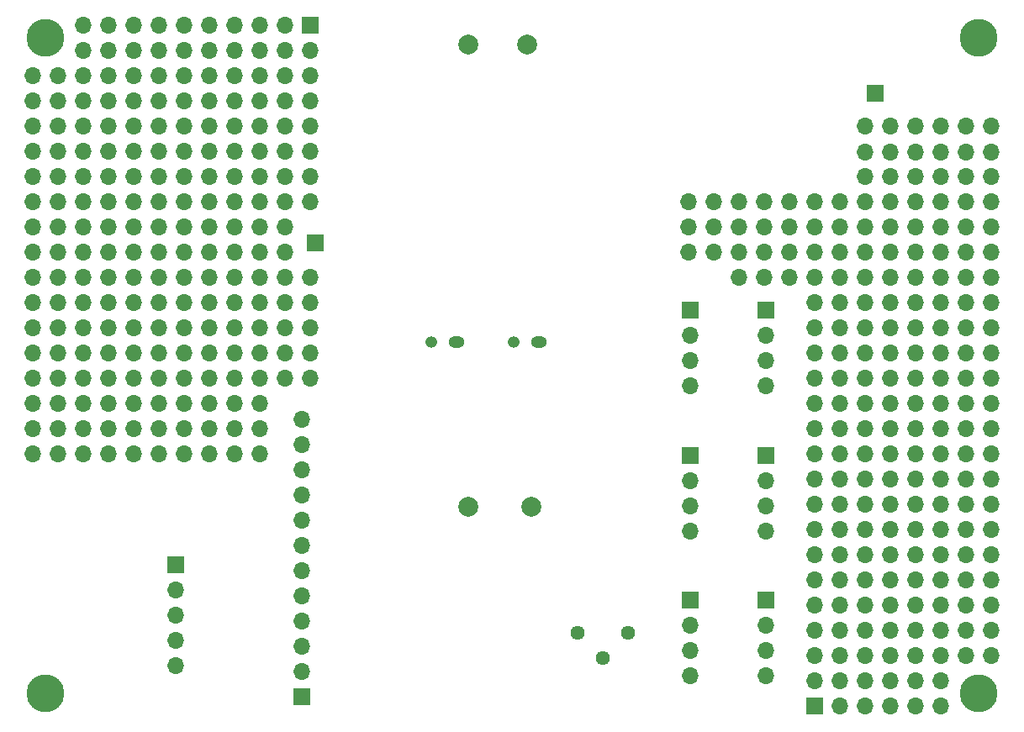
<source format=gbr>
%TF.GenerationSoftware,KiCad,Pcbnew,6.0.2+dfsg-1*%
%TF.CreationDate,2023-07-10T21:48:36-06:00*%
%TF.ProjectId,TestComponents,54657374-436f-46d7-906f-6e656e74732e,rev?*%
%TF.SameCoordinates,PXbf5d420PY621abf0*%
%TF.FileFunction,Soldermask,Bot*%
%TF.FilePolarity,Negative*%
%FSLAX46Y46*%
G04 Gerber Fmt 4.6, Leading zero omitted, Abs format (unit mm)*
G04 Created by KiCad (PCBNEW 6.0.2+dfsg-1) date 2023-07-10 21:48:36*
%MOMM*%
%LPD*%
G01*
G04 APERTURE LIST*
%ADD10C,3.800000*%
%ADD11C,2.600000*%
%ADD12R,1.700000X1.700000*%
%ADD13O,1.700000X1.700000*%
%ADD14C,2.000000*%
%ADD15C,1.440000*%
%ADD16O,1.600000X1.200000*%
%ADD17O,1.200000X1.200000*%
G04 APERTURE END LIST*
D10*
%TO.C,H4*%
X-93980000Y-33020000D03*
D11*
X-93980000Y-33020000D03*
%TD*%
D12*
%TO.C,JUT1*%
X-21462000Y-9015949D03*
D13*
X-21462000Y-11555949D03*
X-21462000Y-14095949D03*
X-21462000Y-16635949D03*
%TD*%
D12*
%TO.C,JVIN1*%
X-10413000Y27432000D03*
%TD*%
D14*
%TO.C,TPGND-1*%
X-51435000Y32385000D03*
%TD*%
D12*
%TO.C,JAPC1*%
X-29082446Y-9015949D03*
D13*
X-29082446Y-11555949D03*
X-29082446Y-14095949D03*
X-29082446Y-16635949D03*
%TD*%
D11*
%TO.C,H3*%
X-93980000Y33020000D03*
D10*
X-93980000Y33020000D03*
%TD*%
D12*
%TO.C,JADC1*%
X-29082446Y5589051D03*
D13*
X-29082446Y3049051D03*
X-29082446Y509051D03*
X-29082446Y-2030949D03*
%TD*%
D12*
%TO.C,J2-2*%
X-21462000Y-23620949D03*
D13*
X-21462000Y-26160949D03*
X-21462000Y-28700949D03*
X-21462000Y-31240949D03*
%TD*%
D10*
%TO.C,H2*%
X0Y33020000D03*
D11*
X0Y33020000D03*
%TD*%
D12*
%TO.C,J2-1*%
X-29082446Y-23620949D03*
D13*
X-29082446Y-26160949D03*
X-29082446Y-28700949D03*
X-29082446Y-31240949D03*
%TD*%
D15*
%TO.C,RV1*%
X-40386000Y-26924000D03*
X-37846000Y-29464000D03*
X-35306000Y-26924000D03*
%TD*%
D12*
%TO.C,B1*%
X-16510000Y-34290000D03*
D13*
X-13970000Y-34290000D03*
X-11430000Y-34290000D03*
X-8890000Y-34290000D03*
X-6350000Y-34290000D03*
X-3810000Y-34290000D03*
X-16510000Y-31750000D03*
X-13970000Y-31750000D03*
X-11430000Y-31750000D03*
X-8890000Y-31750000D03*
X-6350000Y-31750000D03*
X-3810000Y-31750000D03*
X-16510000Y-29210000D03*
X-13970000Y-29210000D03*
X-11430000Y-29210000D03*
X-8890000Y-29210000D03*
X-6350000Y-29210000D03*
X-3810000Y-29210000D03*
X-1270000Y-29210000D03*
X1270000Y-29210000D03*
X-16510000Y-26670000D03*
X-13970000Y-26670000D03*
X-11430000Y-26670000D03*
X-8890000Y-26670000D03*
X-6350000Y-26670000D03*
X-3810000Y-26670000D03*
X-1270000Y-26670000D03*
X1270000Y-26670000D03*
X-16510000Y-24130000D03*
X-13970000Y-24130000D03*
X-11430000Y-24130000D03*
X-8890000Y-24130000D03*
X-6350000Y-24130000D03*
X-3810000Y-24130000D03*
X-1270000Y-24130000D03*
X1270000Y-24130000D03*
X-16510000Y-21590000D03*
X-13970000Y-21590000D03*
X-11430000Y-21590000D03*
X-8890000Y-21590000D03*
X-6350000Y-21590000D03*
X-3810000Y-21590000D03*
X-1270000Y-21590000D03*
X1270000Y-21590000D03*
X-16510000Y-19050000D03*
X-13970000Y-19050000D03*
X-11430000Y-19050000D03*
X-8890000Y-19050000D03*
X-6350000Y-19050000D03*
X-3810000Y-19050000D03*
X-1270000Y-19050000D03*
X1270000Y-19050000D03*
X-16510000Y-16510000D03*
X-13970000Y-16510000D03*
X-11430000Y-16510000D03*
X-8890000Y-16510000D03*
X-6350000Y-16510000D03*
X-3810000Y-16510000D03*
X-1270000Y-16510000D03*
X1270000Y-16510000D03*
X-16510000Y-13970000D03*
X-13970000Y-13970000D03*
X-11430000Y-13970000D03*
X-8890000Y-13970000D03*
X-6350000Y-13970000D03*
X-3810000Y-13970000D03*
X-1270000Y-13970000D03*
X1270000Y-13970000D03*
X-16510000Y-11430000D03*
X-13970000Y-11430000D03*
X-11430000Y-11430000D03*
X-8890000Y-11430000D03*
X-6350000Y-11430000D03*
X-3810000Y-11430000D03*
X-1270000Y-11430000D03*
X1270000Y-11430000D03*
X-16510000Y-8890000D03*
X-13970000Y-8890000D03*
X-11430000Y-8890000D03*
X-8890000Y-8890000D03*
X-6350000Y-8890000D03*
X-3810000Y-8890000D03*
X-1270000Y-8890000D03*
X1270000Y-8890000D03*
X-16510000Y-6350000D03*
X-13970000Y-6350000D03*
X-11430000Y-6350000D03*
X-8890000Y-6350000D03*
X-6350000Y-6350000D03*
X-3810000Y-6350000D03*
X-1270000Y-6350000D03*
X1270000Y-6350000D03*
X-16510000Y-3810000D03*
X-13970000Y-3810000D03*
X-11430000Y-3810000D03*
X-8890000Y-3810000D03*
X-6350000Y-3810000D03*
X-3810000Y-3810000D03*
X-1270000Y-3810000D03*
X1270000Y-3810000D03*
X-16510000Y-1270000D03*
X-13970000Y-1270000D03*
X-11430000Y-1270000D03*
X-8890000Y-1270000D03*
X-6350000Y-1270000D03*
X-3810000Y-1270000D03*
X-1270000Y-1270000D03*
X1270000Y-1270000D03*
X-16510000Y1270000D03*
X-13970000Y1270000D03*
X-11430000Y1270000D03*
X-8890000Y1270000D03*
X-6350000Y1270000D03*
X-3810000Y1270000D03*
X-1270000Y1270000D03*
X1270000Y1270000D03*
X-16510000Y3810000D03*
X-13970000Y3810000D03*
X-11430000Y3810000D03*
X-8890000Y3810000D03*
X-6350000Y3810000D03*
X-3810000Y3810000D03*
X-1270000Y3810000D03*
X1270000Y3810000D03*
X-16510000Y6350000D03*
X-13970000Y6350000D03*
X-11430000Y6350000D03*
X-8890000Y6350000D03*
X-6350000Y6350000D03*
X-3810000Y6350000D03*
X-1270000Y6350000D03*
X1270000Y6350000D03*
X-24130000Y8890000D03*
X-21590000Y8890000D03*
X-19050000Y8890000D03*
X-16510000Y8890000D03*
X-13970000Y8890000D03*
X-11430000Y8890000D03*
X-8890000Y8890000D03*
X-6350000Y8890000D03*
X-3810000Y8890000D03*
X-1270000Y8890000D03*
X1270000Y8890000D03*
X-29210000Y11430000D03*
X-26670000Y11430000D03*
X-24130000Y11430000D03*
X-21590000Y11430000D03*
X-19050000Y11430000D03*
X-16510000Y11430000D03*
X-13970000Y11430000D03*
X-11430000Y11430000D03*
X-8890000Y11430000D03*
X-6350000Y11430000D03*
X-3810000Y11430000D03*
X-1270000Y11430000D03*
X1270000Y11430000D03*
X-29210000Y13970000D03*
X-26670000Y13970000D03*
X-24130000Y13970000D03*
X-21590000Y13970000D03*
X-19050000Y13970000D03*
X-16510000Y13970000D03*
X-13970000Y13970000D03*
X-11430000Y13970000D03*
X-8890000Y13970000D03*
X-6350000Y13970000D03*
X-3810000Y13970000D03*
X-1270000Y13970000D03*
X1270000Y13970000D03*
X-29210000Y16510000D03*
X-26670000Y16510000D03*
X-24130000Y16510000D03*
X-21590000Y16510000D03*
X-19050000Y16510000D03*
X-16510000Y16510000D03*
X-13970000Y16510000D03*
X-11430000Y16510000D03*
X-8890000Y16510000D03*
X-6350000Y16510000D03*
X-3810000Y16510000D03*
X-1270000Y16510000D03*
X1270000Y16510000D03*
X-11430000Y19050000D03*
X-8890000Y19050000D03*
X-6350000Y19050000D03*
X-3810000Y19050000D03*
X-1270000Y19050000D03*
X1270000Y19050000D03*
X-11463338Y21555716D03*
X-8923338Y21555716D03*
X-6383338Y21555716D03*
X-3843338Y21555716D03*
X-1303338Y21555716D03*
X1236662Y21555716D03*
X-11430000Y24130000D03*
X-8890000Y24130000D03*
X-6350000Y24130000D03*
X-3810000Y24130000D03*
X-1270000Y24130000D03*
X1270000Y24130000D03*
%TD*%
D14*
%TO.C,TPV5*%
X-45466000Y32385000D03*
%TD*%
D12*
%TO.C,JGPS1*%
X-80899000Y-20010000D03*
D13*
X-80899000Y-22550000D03*
X-80899000Y-25090000D03*
X-80899000Y-27630000D03*
X-80899000Y-30170000D03*
%TD*%
D12*
%TO.C,B2*%
X-67310000Y34290000D03*
D13*
X-69850000Y34290000D03*
X-72390000Y34290000D03*
X-74930000Y34290000D03*
X-77470000Y34290000D03*
X-80010000Y34290000D03*
X-82550000Y34290000D03*
X-85090000Y34290000D03*
X-87630000Y34290000D03*
X-90170000Y34290000D03*
X-67310000Y31750000D03*
X-69850000Y31750000D03*
X-72390000Y31750000D03*
X-74930000Y31750000D03*
X-77470000Y31750000D03*
X-80010000Y31750000D03*
X-82550000Y31750000D03*
X-85090000Y31750000D03*
X-87630000Y31750000D03*
X-90170000Y31750000D03*
X-67310000Y29210000D03*
X-69850000Y29210000D03*
X-72390000Y29210000D03*
X-74930000Y29210000D03*
X-77470000Y29210000D03*
X-80010000Y29210000D03*
X-82550000Y29210000D03*
X-85090000Y29210000D03*
X-87630000Y29210000D03*
X-90170000Y29210000D03*
X-92710000Y29210000D03*
X-95250000Y29210000D03*
X-67310000Y26670000D03*
X-69850000Y26670000D03*
X-72390000Y26670000D03*
X-74930000Y26670000D03*
X-77470000Y26670000D03*
X-80010000Y26670000D03*
X-82550000Y26670000D03*
X-85090000Y26670000D03*
X-87630000Y26670000D03*
X-90170000Y26670000D03*
X-92710000Y26670000D03*
X-95250000Y26670000D03*
X-67310000Y24130000D03*
X-69850000Y24130000D03*
X-72390000Y24130000D03*
X-74930000Y24130000D03*
X-77470000Y24130000D03*
X-80010000Y24130000D03*
X-82550000Y24130000D03*
X-85090000Y24130000D03*
X-87630000Y24130000D03*
X-90170000Y24130000D03*
X-92710000Y24130000D03*
X-95250000Y24130000D03*
X-67310000Y21590000D03*
X-69850000Y21590000D03*
X-72390000Y21590000D03*
X-74930000Y21590000D03*
X-77470000Y21590000D03*
X-80010000Y21590000D03*
X-82550000Y21590000D03*
X-85090000Y21590000D03*
X-87630000Y21590000D03*
X-90170000Y21590000D03*
X-92710000Y21590000D03*
X-95250000Y21590000D03*
X-67310000Y19050000D03*
X-69850000Y19050000D03*
X-72390000Y19050000D03*
X-74930000Y19050000D03*
X-77470000Y19050000D03*
X-80010000Y19050000D03*
X-82550000Y19050000D03*
X-85090000Y19050000D03*
X-87630000Y19050000D03*
X-90170000Y19050000D03*
X-92710000Y19050000D03*
X-95250000Y19050000D03*
X-67310000Y16510000D03*
X-69850000Y16510000D03*
X-72390000Y16510000D03*
X-74930000Y16510000D03*
X-77470000Y16510000D03*
X-80010000Y16510000D03*
X-82550000Y16510000D03*
X-85090000Y16510000D03*
X-87630000Y16510000D03*
X-90170000Y16510000D03*
X-92710000Y16510000D03*
X-95250000Y16510000D03*
X-69850000Y13970000D03*
X-72390000Y13970000D03*
X-74930000Y13970000D03*
X-77470000Y13970000D03*
X-80010000Y13970000D03*
X-82550000Y13970000D03*
X-85090000Y13970000D03*
X-87630000Y13970000D03*
X-90170000Y13970000D03*
X-92710000Y13970000D03*
X-95250000Y13970000D03*
X-69850000Y11430000D03*
X-72390000Y11430000D03*
X-74930000Y11430000D03*
X-77470000Y11430000D03*
X-80010000Y11430000D03*
X-82550000Y11430000D03*
X-85090000Y11430000D03*
X-87630000Y11430000D03*
X-90170000Y11430000D03*
X-92710000Y11430000D03*
X-95250000Y11430000D03*
X-67310000Y8890000D03*
X-69850000Y8890000D03*
X-72390000Y8890000D03*
X-74930000Y8890000D03*
X-77470000Y8890000D03*
X-80010000Y8890000D03*
X-82550000Y8890000D03*
X-85090000Y8890000D03*
X-87630000Y8890000D03*
X-90170000Y8890000D03*
X-92710000Y8890000D03*
X-95250000Y8890000D03*
X-67310000Y6350000D03*
X-69850000Y6350000D03*
X-72390000Y6350000D03*
X-74930000Y6350000D03*
X-77470000Y6350000D03*
X-80010000Y6350000D03*
X-82550000Y6350000D03*
X-85090000Y6350000D03*
X-87630000Y6350000D03*
X-90170000Y6350000D03*
X-92710000Y6350000D03*
X-95250000Y6350000D03*
X-67310000Y3810000D03*
X-69850000Y3810000D03*
X-72390000Y3810000D03*
X-74930000Y3810000D03*
X-77470000Y3810000D03*
X-80010000Y3810000D03*
X-82550000Y3810000D03*
X-85090000Y3810000D03*
X-87630000Y3810000D03*
X-92710000Y3810000D03*
X-90170000Y3810000D03*
X-95250000Y3810000D03*
X-67310000Y1270000D03*
X-69850000Y1270000D03*
X-72390000Y1270000D03*
X-74930000Y1270000D03*
X-77470000Y1270000D03*
X-80010000Y1270000D03*
X-82550000Y1270000D03*
X-85090000Y1270000D03*
X-87630000Y1270000D03*
X-90170000Y1270000D03*
X-92710000Y1270000D03*
X-95250000Y1270000D03*
X-67310000Y-1270000D03*
X-69850000Y-1270000D03*
X-72390000Y-1270000D03*
X-74930000Y-1270000D03*
X-77470000Y-1270000D03*
X-80010000Y-1270000D03*
X-82550000Y-1270000D03*
X-85090000Y-1270000D03*
X-87630000Y-1270000D03*
X-90170000Y-1270000D03*
X-92710000Y-1270000D03*
X-95250000Y-1270000D03*
X-72390000Y-3810000D03*
X-74930000Y-3810000D03*
X-77470000Y-3810000D03*
X-80010000Y-3810000D03*
X-82550000Y-3810000D03*
X-85090000Y-3810000D03*
X-87630000Y-3810000D03*
X-90170000Y-3810000D03*
X-92710000Y-3810000D03*
X-95250000Y-3810000D03*
X-72390000Y-6350000D03*
X-74930000Y-6350000D03*
X-77470000Y-6350000D03*
X-80010000Y-6350000D03*
X-82550000Y-6350000D03*
X-85090000Y-6350000D03*
X-87630000Y-6350000D03*
X-90170000Y-6350000D03*
X-92710000Y-6350000D03*
X-95250000Y-6350000D03*
X-72390000Y-8890000D03*
X-74930000Y-8890000D03*
X-77470000Y-8890000D03*
X-80010000Y-8890000D03*
X-82550000Y-8890000D03*
X-85090000Y-8890000D03*
X-87630000Y-8890000D03*
X-90170000Y-8890000D03*
X-92710000Y-8890000D03*
X-95250000Y-8890000D03*
%TD*%
D10*
%TO.C,H1*%
X0Y-33020000D03*
D11*
X0Y-33020000D03*
%TD*%
D14*
%TO.C,TPV3*%
X-51435000Y-14224000D03*
%TD*%
%TO.C,TPV1*%
X-45085000Y-14224000D03*
%TD*%
D12*
%TO.C,JD1*%
X-21462000Y5589051D03*
D13*
X-21462000Y3049051D03*
X-21462000Y509051D03*
X-21462000Y-2030949D03*
%TD*%
D12*
%TO.C,J3V1*%
X-66799000Y12380000D03*
%TD*%
%TO.C,JAUX1*%
X-68198000Y-33336500D03*
D13*
X-68198000Y-30796500D03*
X-68198000Y-28256500D03*
X-68198000Y-25716500D03*
X-68198000Y-23176500D03*
X-68198000Y-20636500D03*
X-68198000Y-18096500D03*
X-68198000Y-15556500D03*
X-68198000Y-13016500D03*
X-68198000Y-10476500D03*
X-68198000Y-7936500D03*
X-68198000Y-5396500D03*
%TD*%
D16*
%TO.C,PD1*%
X-44323000Y2413000D03*
D17*
X-46863000Y2413000D03*
%TD*%
D16*
%TO.C,PD2*%
X-52578000Y2413000D03*
D17*
X-55118000Y2413000D03*
%TD*%
M02*

</source>
